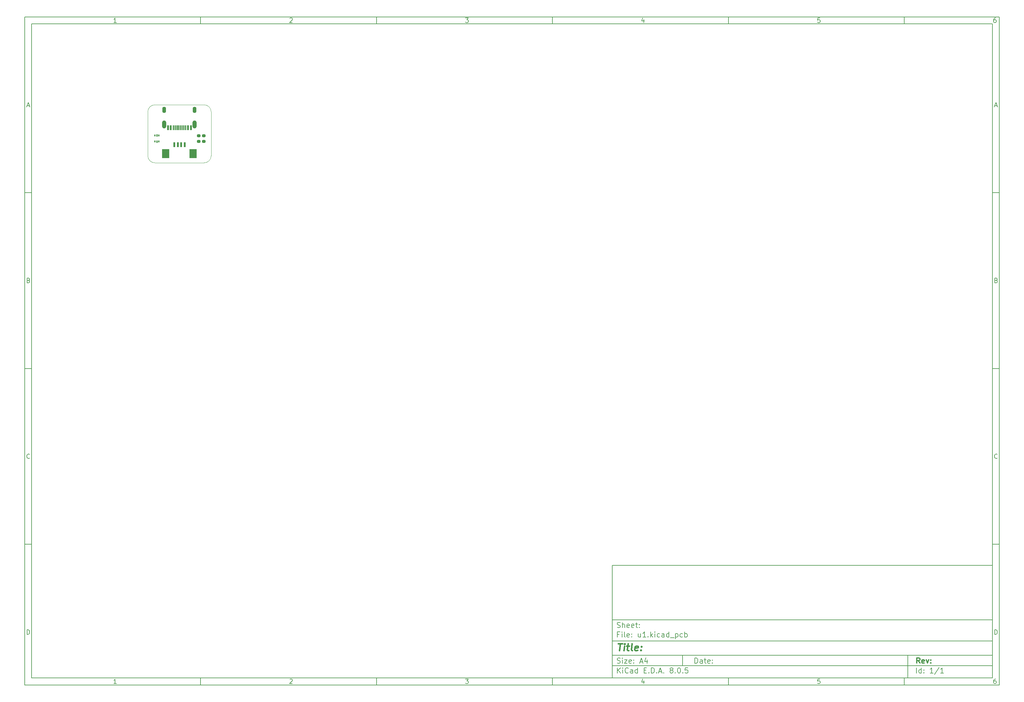
<source format=gtp>
%TF.GenerationSoftware,KiCad,Pcbnew,8.0.5*%
%TF.CreationDate,2024-11-25T09:27:33+08:00*%
%TF.ProjectId,u1,75312e6b-6963-4616-945f-706362585858,rev?*%
%TF.SameCoordinates,PX2aea540PY2160ec0*%
%TF.FileFunction,Paste,Top*%
%TF.FilePolarity,Positive*%
%FSLAX46Y46*%
G04 Gerber Fmt 4.6, Leading zero omitted, Abs format (unit mm)*
G04 Created by KiCad (PCBNEW 8.0.5) date 2024-11-25 09:27:33*
%MOMM*%
%LPD*%
G01*
G04 APERTURE LIST*
G04 Aperture macros list*
%AMRoundRect*
0 Rectangle with rounded corners*
0 $1 Rounding radius*
0 $2 $3 $4 $5 $6 $7 $8 $9 X,Y pos of 4 corners*
0 Add a 4 corners polygon primitive as box body*
4,1,4,$2,$3,$4,$5,$6,$7,$8,$9,$2,$3,0*
0 Add four circle primitives for the rounded corners*
1,1,$1+$1,$2,$3*
1,1,$1+$1,$4,$5*
1,1,$1+$1,$6,$7*
1,1,$1+$1,$8,$9*
0 Add four rect primitives between the rounded corners*
20,1,$1+$1,$2,$3,$4,$5,0*
20,1,$1+$1,$4,$5,$6,$7,0*
20,1,$1+$1,$6,$7,$8,$9,0*
20,1,$1+$1,$8,$9,$2,$3,0*%
G04 Aperture macros list end*
%ADD10C,0.100000*%
%ADD11C,0.150000*%
%ADD12C,0.300000*%
%ADD13C,0.400000*%
%ADD14R,0.600000X1.450000*%
%ADD15R,0.300000X1.450000*%
%ADD16O,1.200000X2.300000*%
%ADD17O,1.100000X1.800000*%
%ADD18RoundRect,0.200000X0.275000X-0.200000X0.275000X0.200000X-0.275000X0.200000X-0.275000X-0.200000X0*%
%ADD19RoundRect,0.200000X-0.275000X0.200000X-0.275000X-0.200000X0.275000X-0.200000X0.275000X0.200000X0*%
%ADD20R,0.375000X0.500000*%
%ADD21R,0.300000X0.650000*%
%ADD22R,2.000000X2.500000*%
%ADD23R,0.500000X1.400000*%
%TA.AperFunction,Profile*%
%ADD24C,0.050000*%
%TD*%
G04 APERTURE END LIST*
D10*
D11*
X132002200Y-131007200D02*
X240002200Y-131007200D01*
X240002200Y-163007200D01*
X132002200Y-163007200D01*
X132002200Y-131007200D01*
D10*
D11*
X-35000000Y25000000D02*
X242002200Y25000000D01*
X242002200Y-165007200D01*
X-35000000Y-165007200D01*
X-35000000Y25000000D01*
D10*
D11*
X-33000000Y23000000D02*
X240002200Y23000000D01*
X240002200Y-163007200D01*
X-33000000Y-163007200D01*
X-33000000Y23000000D01*
D10*
D11*
X15000000Y23000000D02*
X15000000Y25000000D01*
D10*
D11*
X65000000Y23000000D02*
X65000000Y25000000D01*
D10*
D11*
X115000000Y23000000D02*
X115000000Y25000000D01*
D10*
D11*
X165000000Y23000000D02*
X165000000Y25000000D01*
D10*
D11*
X215000000Y23000000D02*
X215000000Y25000000D01*
D10*
D11*
X-8910840Y23406396D02*
X-9653697Y23406396D01*
X-9282269Y23406396D02*
X-9282269Y24706396D01*
X-9282269Y24706396D02*
X-9406078Y24520681D01*
X-9406078Y24520681D02*
X-9529888Y24396872D01*
X-9529888Y24396872D02*
X-9653697Y24334967D01*
D10*
D11*
X40346303Y24582586D02*
X40408207Y24644491D01*
X40408207Y24644491D02*
X40532017Y24706396D01*
X40532017Y24706396D02*
X40841541Y24706396D01*
X40841541Y24706396D02*
X40965350Y24644491D01*
X40965350Y24644491D02*
X41027255Y24582586D01*
X41027255Y24582586D02*
X41089160Y24458777D01*
X41089160Y24458777D02*
X41089160Y24334967D01*
X41089160Y24334967D02*
X41027255Y24149253D01*
X41027255Y24149253D02*
X40284398Y23406396D01*
X40284398Y23406396D02*
X41089160Y23406396D01*
D10*
D11*
X90284398Y24706396D02*
X91089160Y24706396D01*
X91089160Y24706396D02*
X90655826Y24211158D01*
X90655826Y24211158D02*
X90841541Y24211158D01*
X90841541Y24211158D02*
X90965350Y24149253D01*
X90965350Y24149253D02*
X91027255Y24087348D01*
X91027255Y24087348D02*
X91089160Y23963539D01*
X91089160Y23963539D02*
X91089160Y23654015D01*
X91089160Y23654015D02*
X91027255Y23530205D01*
X91027255Y23530205D02*
X90965350Y23468300D01*
X90965350Y23468300D02*
X90841541Y23406396D01*
X90841541Y23406396D02*
X90470112Y23406396D01*
X90470112Y23406396D02*
X90346303Y23468300D01*
X90346303Y23468300D02*
X90284398Y23530205D01*
D10*
D11*
X140965350Y24273062D02*
X140965350Y23406396D01*
X140655826Y24768300D02*
X140346303Y23839729D01*
X140346303Y23839729D02*
X141151064Y23839729D01*
D10*
D11*
X191027255Y24706396D02*
X190408207Y24706396D01*
X190408207Y24706396D02*
X190346303Y24087348D01*
X190346303Y24087348D02*
X190408207Y24149253D01*
X190408207Y24149253D02*
X190532017Y24211158D01*
X190532017Y24211158D02*
X190841541Y24211158D01*
X190841541Y24211158D02*
X190965350Y24149253D01*
X190965350Y24149253D02*
X191027255Y24087348D01*
X191027255Y24087348D02*
X191089160Y23963539D01*
X191089160Y23963539D02*
X191089160Y23654015D01*
X191089160Y23654015D02*
X191027255Y23530205D01*
X191027255Y23530205D02*
X190965350Y23468300D01*
X190965350Y23468300D02*
X190841541Y23406396D01*
X190841541Y23406396D02*
X190532017Y23406396D01*
X190532017Y23406396D02*
X190408207Y23468300D01*
X190408207Y23468300D02*
X190346303Y23530205D01*
D10*
D11*
X240965350Y24706396D02*
X240717731Y24706396D01*
X240717731Y24706396D02*
X240593922Y24644491D01*
X240593922Y24644491D02*
X240532017Y24582586D01*
X240532017Y24582586D02*
X240408207Y24396872D01*
X240408207Y24396872D02*
X240346303Y24149253D01*
X240346303Y24149253D02*
X240346303Y23654015D01*
X240346303Y23654015D02*
X240408207Y23530205D01*
X240408207Y23530205D02*
X240470112Y23468300D01*
X240470112Y23468300D02*
X240593922Y23406396D01*
X240593922Y23406396D02*
X240841541Y23406396D01*
X240841541Y23406396D02*
X240965350Y23468300D01*
X240965350Y23468300D02*
X241027255Y23530205D01*
X241027255Y23530205D02*
X241089160Y23654015D01*
X241089160Y23654015D02*
X241089160Y23963539D01*
X241089160Y23963539D02*
X241027255Y24087348D01*
X241027255Y24087348D02*
X240965350Y24149253D01*
X240965350Y24149253D02*
X240841541Y24211158D01*
X240841541Y24211158D02*
X240593922Y24211158D01*
X240593922Y24211158D02*
X240470112Y24149253D01*
X240470112Y24149253D02*
X240408207Y24087348D01*
X240408207Y24087348D02*
X240346303Y23963539D01*
D10*
D11*
X15000000Y-163007200D02*
X15000000Y-165007200D01*
D10*
D11*
X65000000Y-163007200D02*
X65000000Y-165007200D01*
D10*
D11*
X115000000Y-163007200D02*
X115000000Y-165007200D01*
D10*
D11*
X165000000Y-163007200D02*
X165000000Y-165007200D01*
D10*
D11*
X215000000Y-163007200D02*
X215000000Y-165007200D01*
D10*
D11*
X-8910840Y-164600804D02*
X-9653697Y-164600804D01*
X-9282269Y-164600804D02*
X-9282269Y-163300804D01*
X-9282269Y-163300804D02*
X-9406078Y-163486519D01*
X-9406078Y-163486519D02*
X-9529888Y-163610328D01*
X-9529888Y-163610328D02*
X-9653697Y-163672233D01*
D10*
D11*
X40346303Y-163424614D02*
X40408207Y-163362709D01*
X40408207Y-163362709D02*
X40532017Y-163300804D01*
X40532017Y-163300804D02*
X40841541Y-163300804D01*
X40841541Y-163300804D02*
X40965350Y-163362709D01*
X40965350Y-163362709D02*
X41027255Y-163424614D01*
X41027255Y-163424614D02*
X41089160Y-163548423D01*
X41089160Y-163548423D02*
X41089160Y-163672233D01*
X41089160Y-163672233D02*
X41027255Y-163857947D01*
X41027255Y-163857947D02*
X40284398Y-164600804D01*
X40284398Y-164600804D02*
X41089160Y-164600804D01*
D10*
D11*
X90284398Y-163300804D02*
X91089160Y-163300804D01*
X91089160Y-163300804D02*
X90655826Y-163796042D01*
X90655826Y-163796042D02*
X90841541Y-163796042D01*
X90841541Y-163796042D02*
X90965350Y-163857947D01*
X90965350Y-163857947D02*
X91027255Y-163919852D01*
X91027255Y-163919852D02*
X91089160Y-164043661D01*
X91089160Y-164043661D02*
X91089160Y-164353185D01*
X91089160Y-164353185D02*
X91027255Y-164476995D01*
X91027255Y-164476995D02*
X90965350Y-164538900D01*
X90965350Y-164538900D02*
X90841541Y-164600804D01*
X90841541Y-164600804D02*
X90470112Y-164600804D01*
X90470112Y-164600804D02*
X90346303Y-164538900D01*
X90346303Y-164538900D02*
X90284398Y-164476995D01*
D10*
D11*
X140965350Y-163734138D02*
X140965350Y-164600804D01*
X140655826Y-163238900D02*
X140346303Y-164167471D01*
X140346303Y-164167471D02*
X141151064Y-164167471D01*
D10*
D11*
X191027255Y-163300804D02*
X190408207Y-163300804D01*
X190408207Y-163300804D02*
X190346303Y-163919852D01*
X190346303Y-163919852D02*
X190408207Y-163857947D01*
X190408207Y-163857947D02*
X190532017Y-163796042D01*
X190532017Y-163796042D02*
X190841541Y-163796042D01*
X190841541Y-163796042D02*
X190965350Y-163857947D01*
X190965350Y-163857947D02*
X191027255Y-163919852D01*
X191027255Y-163919852D02*
X191089160Y-164043661D01*
X191089160Y-164043661D02*
X191089160Y-164353185D01*
X191089160Y-164353185D02*
X191027255Y-164476995D01*
X191027255Y-164476995D02*
X190965350Y-164538900D01*
X190965350Y-164538900D02*
X190841541Y-164600804D01*
X190841541Y-164600804D02*
X190532017Y-164600804D01*
X190532017Y-164600804D02*
X190408207Y-164538900D01*
X190408207Y-164538900D02*
X190346303Y-164476995D01*
D10*
D11*
X240965350Y-163300804D02*
X240717731Y-163300804D01*
X240717731Y-163300804D02*
X240593922Y-163362709D01*
X240593922Y-163362709D02*
X240532017Y-163424614D01*
X240532017Y-163424614D02*
X240408207Y-163610328D01*
X240408207Y-163610328D02*
X240346303Y-163857947D01*
X240346303Y-163857947D02*
X240346303Y-164353185D01*
X240346303Y-164353185D02*
X240408207Y-164476995D01*
X240408207Y-164476995D02*
X240470112Y-164538900D01*
X240470112Y-164538900D02*
X240593922Y-164600804D01*
X240593922Y-164600804D02*
X240841541Y-164600804D01*
X240841541Y-164600804D02*
X240965350Y-164538900D01*
X240965350Y-164538900D02*
X241027255Y-164476995D01*
X241027255Y-164476995D02*
X241089160Y-164353185D01*
X241089160Y-164353185D02*
X241089160Y-164043661D01*
X241089160Y-164043661D02*
X241027255Y-163919852D01*
X241027255Y-163919852D02*
X240965350Y-163857947D01*
X240965350Y-163857947D02*
X240841541Y-163796042D01*
X240841541Y-163796042D02*
X240593922Y-163796042D01*
X240593922Y-163796042D02*
X240470112Y-163857947D01*
X240470112Y-163857947D02*
X240408207Y-163919852D01*
X240408207Y-163919852D02*
X240346303Y-164043661D01*
D10*
D11*
X-35000000Y-25000000D02*
X-33000000Y-25000000D01*
D10*
D11*
X-35000000Y-75000000D02*
X-33000000Y-75000000D01*
D10*
D11*
X-35000000Y-125000000D02*
X-33000000Y-125000000D01*
D10*
D11*
X-34309524Y-222176D02*
X-33690477Y-222176D01*
X-34433334Y-593604D02*
X-34000001Y706396D01*
X-34000001Y706396D02*
X-33566667Y-593604D01*
D10*
D11*
X-33907143Y-49912652D02*
X-33721429Y-49974557D01*
X-33721429Y-49974557D02*
X-33659524Y-50036461D01*
X-33659524Y-50036461D02*
X-33597620Y-50160271D01*
X-33597620Y-50160271D02*
X-33597620Y-50345985D01*
X-33597620Y-50345985D02*
X-33659524Y-50469795D01*
X-33659524Y-50469795D02*
X-33721429Y-50531700D01*
X-33721429Y-50531700D02*
X-33845239Y-50593604D01*
X-33845239Y-50593604D02*
X-34340477Y-50593604D01*
X-34340477Y-50593604D02*
X-34340477Y-49293604D01*
X-34340477Y-49293604D02*
X-33907143Y-49293604D01*
X-33907143Y-49293604D02*
X-33783334Y-49355509D01*
X-33783334Y-49355509D02*
X-33721429Y-49417414D01*
X-33721429Y-49417414D02*
X-33659524Y-49541223D01*
X-33659524Y-49541223D02*
X-33659524Y-49665033D01*
X-33659524Y-49665033D02*
X-33721429Y-49788842D01*
X-33721429Y-49788842D02*
X-33783334Y-49850747D01*
X-33783334Y-49850747D02*
X-33907143Y-49912652D01*
X-33907143Y-49912652D02*
X-34340477Y-49912652D01*
D10*
D11*
X-33597620Y-100469795D02*
X-33659524Y-100531700D01*
X-33659524Y-100531700D02*
X-33845239Y-100593604D01*
X-33845239Y-100593604D02*
X-33969048Y-100593604D01*
X-33969048Y-100593604D02*
X-34154762Y-100531700D01*
X-34154762Y-100531700D02*
X-34278572Y-100407890D01*
X-34278572Y-100407890D02*
X-34340477Y-100284080D01*
X-34340477Y-100284080D02*
X-34402381Y-100036461D01*
X-34402381Y-100036461D02*
X-34402381Y-99850747D01*
X-34402381Y-99850747D02*
X-34340477Y-99603128D01*
X-34340477Y-99603128D02*
X-34278572Y-99479319D01*
X-34278572Y-99479319D02*
X-34154762Y-99355509D01*
X-34154762Y-99355509D02*
X-33969048Y-99293604D01*
X-33969048Y-99293604D02*
X-33845239Y-99293604D01*
X-33845239Y-99293604D02*
X-33659524Y-99355509D01*
X-33659524Y-99355509D02*
X-33597620Y-99417414D01*
D10*
D11*
X-34340477Y-150593604D02*
X-34340477Y-149293604D01*
X-34340477Y-149293604D02*
X-34030953Y-149293604D01*
X-34030953Y-149293604D02*
X-33845239Y-149355509D01*
X-33845239Y-149355509D02*
X-33721429Y-149479319D01*
X-33721429Y-149479319D02*
X-33659524Y-149603128D01*
X-33659524Y-149603128D02*
X-33597620Y-149850747D01*
X-33597620Y-149850747D02*
X-33597620Y-150036461D01*
X-33597620Y-150036461D02*
X-33659524Y-150284080D01*
X-33659524Y-150284080D02*
X-33721429Y-150407890D01*
X-33721429Y-150407890D02*
X-33845239Y-150531700D01*
X-33845239Y-150531700D02*
X-34030953Y-150593604D01*
X-34030953Y-150593604D02*
X-34340477Y-150593604D01*
D10*
D11*
X242002200Y-25000000D02*
X240002200Y-25000000D01*
D10*
D11*
X242002200Y-75000000D02*
X240002200Y-75000000D01*
D10*
D11*
X242002200Y-125000000D02*
X240002200Y-125000000D01*
D10*
D11*
X240692676Y-222176D02*
X241311723Y-222176D01*
X240568866Y-593604D02*
X241002199Y706396D01*
X241002199Y706396D02*
X241435533Y-593604D01*
D10*
D11*
X241095057Y-49912652D02*
X241280771Y-49974557D01*
X241280771Y-49974557D02*
X241342676Y-50036461D01*
X241342676Y-50036461D02*
X241404580Y-50160271D01*
X241404580Y-50160271D02*
X241404580Y-50345985D01*
X241404580Y-50345985D02*
X241342676Y-50469795D01*
X241342676Y-50469795D02*
X241280771Y-50531700D01*
X241280771Y-50531700D02*
X241156961Y-50593604D01*
X241156961Y-50593604D02*
X240661723Y-50593604D01*
X240661723Y-50593604D02*
X240661723Y-49293604D01*
X240661723Y-49293604D02*
X241095057Y-49293604D01*
X241095057Y-49293604D02*
X241218866Y-49355509D01*
X241218866Y-49355509D02*
X241280771Y-49417414D01*
X241280771Y-49417414D02*
X241342676Y-49541223D01*
X241342676Y-49541223D02*
X241342676Y-49665033D01*
X241342676Y-49665033D02*
X241280771Y-49788842D01*
X241280771Y-49788842D02*
X241218866Y-49850747D01*
X241218866Y-49850747D02*
X241095057Y-49912652D01*
X241095057Y-49912652D02*
X240661723Y-49912652D01*
D10*
D11*
X241404580Y-100469795D02*
X241342676Y-100531700D01*
X241342676Y-100531700D02*
X241156961Y-100593604D01*
X241156961Y-100593604D02*
X241033152Y-100593604D01*
X241033152Y-100593604D02*
X240847438Y-100531700D01*
X240847438Y-100531700D02*
X240723628Y-100407890D01*
X240723628Y-100407890D02*
X240661723Y-100284080D01*
X240661723Y-100284080D02*
X240599819Y-100036461D01*
X240599819Y-100036461D02*
X240599819Y-99850747D01*
X240599819Y-99850747D02*
X240661723Y-99603128D01*
X240661723Y-99603128D02*
X240723628Y-99479319D01*
X240723628Y-99479319D02*
X240847438Y-99355509D01*
X240847438Y-99355509D02*
X241033152Y-99293604D01*
X241033152Y-99293604D02*
X241156961Y-99293604D01*
X241156961Y-99293604D02*
X241342676Y-99355509D01*
X241342676Y-99355509D02*
X241404580Y-99417414D01*
D10*
D11*
X240661723Y-150593604D02*
X240661723Y-149293604D01*
X240661723Y-149293604D02*
X240971247Y-149293604D01*
X240971247Y-149293604D02*
X241156961Y-149355509D01*
X241156961Y-149355509D02*
X241280771Y-149479319D01*
X241280771Y-149479319D02*
X241342676Y-149603128D01*
X241342676Y-149603128D02*
X241404580Y-149850747D01*
X241404580Y-149850747D02*
X241404580Y-150036461D01*
X241404580Y-150036461D02*
X241342676Y-150284080D01*
X241342676Y-150284080D02*
X241280771Y-150407890D01*
X241280771Y-150407890D02*
X241156961Y-150531700D01*
X241156961Y-150531700D02*
X240971247Y-150593604D01*
X240971247Y-150593604D02*
X240661723Y-150593604D01*
D10*
D11*
X155458026Y-158793328D02*
X155458026Y-157293328D01*
X155458026Y-157293328D02*
X155815169Y-157293328D01*
X155815169Y-157293328D02*
X156029455Y-157364757D01*
X156029455Y-157364757D02*
X156172312Y-157507614D01*
X156172312Y-157507614D02*
X156243741Y-157650471D01*
X156243741Y-157650471D02*
X156315169Y-157936185D01*
X156315169Y-157936185D02*
X156315169Y-158150471D01*
X156315169Y-158150471D02*
X156243741Y-158436185D01*
X156243741Y-158436185D02*
X156172312Y-158579042D01*
X156172312Y-158579042D02*
X156029455Y-158721900D01*
X156029455Y-158721900D02*
X155815169Y-158793328D01*
X155815169Y-158793328D02*
X155458026Y-158793328D01*
X157600884Y-158793328D02*
X157600884Y-158007614D01*
X157600884Y-158007614D02*
X157529455Y-157864757D01*
X157529455Y-157864757D02*
X157386598Y-157793328D01*
X157386598Y-157793328D02*
X157100884Y-157793328D01*
X157100884Y-157793328D02*
X156958026Y-157864757D01*
X157600884Y-158721900D02*
X157458026Y-158793328D01*
X157458026Y-158793328D02*
X157100884Y-158793328D01*
X157100884Y-158793328D02*
X156958026Y-158721900D01*
X156958026Y-158721900D02*
X156886598Y-158579042D01*
X156886598Y-158579042D02*
X156886598Y-158436185D01*
X156886598Y-158436185D02*
X156958026Y-158293328D01*
X156958026Y-158293328D02*
X157100884Y-158221900D01*
X157100884Y-158221900D02*
X157458026Y-158221900D01*
X157458026Y-158221900D02*
X157600884Y-158150471D01*
X158100884Y-157793328D02*
X158672312Y-157793328D01*
X158315169Y-157293328D02*
X158315169Y-158579042D01*
X158315169Y-158579042D02*
X158386598Y-158721900D01*
X158386598Y-158721900D02*
X158529455Y-158793328D01*
X158529455Y-158793328D02*
X158672312Y-158793328D01*
X159743741Y-158721900D02*
X159600884Y-158793328D01*
X159600884Y-158793328D02*
X159315170Y-158793328D01*
X159315170Y-158793328D02*
X159172312Y-158721900D01*
X159172312Y-158721900D02*
X159100884Y-158579042D01*
X159100884Y-158579042D02*
X159100884Y-158007614D01*
X159100884Y-158007614D02*
X159172312Y-157864757D01*
X159172312Y-157864757D02*
X159315170Y-157793328D01*
X159315170Y-157793328D02*
X159600884Y-157793328D01*
X159600884Y-157793328D02*
X159743741Y-157864757D01*
X159743741Y-157864757D02*
X159815170Y-158007614D01*
X159815170Y-158007614D02*
X159815170Y-158150471D01*
X159815170Y-158150471D02*
X159100884Y-158293328D01*
X160458026Y-158650471D02*
X160529455Y-158721900D01*
X160529455Y-158721900D02*
X160458026Y-158793328D01*
X160458026Y-158793328D02*
X160386598Y-158721900D01*
X160386598Y-158721900D02*
X160458026Y-158650471D01*
X160458026Y-158650471D02*
X160458026Y-158793328D01*
X160458026Y-157864757D02*
X160529455Y-157936185D01*
X160529455Y-157936185D02*
X160458026Y-158007614D01*
X160458026Y-158007614D02*
X160386598Y-157936185D01*
X160386598Y-157936185D02*
X160458026Y-157864757D01*
X160458026Y-157864757D02*
X160458026Y-158007614D01*
D10*
D11*
X132002200Y-159507200D02*
X240002200Y-159507200D01*
D10*
D11*
X133458026Y-161593328D02*
X133458026Y-160093328D01*
X134315169Y-161593328D02*
X133672312Y-160736185D01*
X134315169Y-160093328D02*
X133458026Y-160950471D01*
X134958026Y-161593328D02*
X134958026Y-160593328D01*
X134958026Y-160093328D02*
X134886598Y-160164757D01*
X134886598Y-160164757D02*
X134958026Y-160236185D01*
X134958026Y-160236185D02*
X135029455Y-160164757D01*
X135029455Y-160164757D02*
X134958026Y-160093328D01*
X134958026Y-160093328D02*
X134958026Y-160236185D01*
X136529455Y-161450471D02*
X136458027Y-161521900D01*
X136458027Y-161521900D02*
X136243741Y-161593328D01*
X136243741Y-161593328D02*
X136100884Y-161593328D01*
X136100884Y-161593328D02*
X135886598Y-161521900D01*
X135886598Y-161521900D02*
X135743741Y-161379042D01*
X135743741Y-161379042D02*
X135672312Y-161236185D01*
X135672312Y-161236185D02*
X135600884Y-160950471D01*
X135600884Y-160950471D02*
X135600884Y-160736185D01*
X135600884Y-160736185D02*
X135672312Y-160450471D01*
X135672312Y-160450471D02*
X135743741Y-160307614D01*
X135743741Y-160307614D02*
X135886598Y-160164757D01*
X135886598Y-160164757D02*
X136100884Y-160093328D01*
X136100884Y-160093328D02*
X136243741Y-160093328D01*
X136243741Y-160093328D02*
X136458027Y-160164757D01*
X136458027Y-160164757D02*
X136529455Y-160236185D01*
X137815170Y-161593328D02*
X137815170Y-160807614D01*
X137815170Y-160807614D02*
X137743741Y-160664757D01*
X137743741Y-160664757D02*
X137600884Y-160593328D01*
X137600884Y-160593328D02*
X137315170Y-160593328D01*
X137315170Y-160593328D02*
X137172312Y-160664757D01*
X137815170Y-161521900D02*
X137672312Y-161593328D01*
X137672312Y-161593328D02*
X137315170Y-161593328D01*
X137315170Y-161593328D02*
X137172312Y-161521900D01*
X137172312Y-161521900D02*
X137100884Y-161379042D01*
X137100884Y-161379042D02*
X137100884Y-161236185D01*
X137100884Y-161236185D02*
X137172312Y-161093328D01*
X137172312Y-161093328D02*
X137315170Y-161021900D01*
X137315170Y-161021900D02*
X137672312Y-161021900D01*
X137672312Y-161021900D02*
X137815170Y-160950471D01*
X139172313Y-161593328D02*
X139172313Y-160093328D01*
X139172313Y-161521900D02*
X139029455Y-161593328D01*
X139029455Y-161593328D02*
X138743741Y-161593328D01*
X138743741Y-161593328D02*
X138600884Y-161521900D01*
X138600884Y-161521900D02*
X138529455Y-161450471D01*
X138529455Y-161450471D02*
X138458027Y-161307614D01*
X138458027Y-161307614D02*
X138458027Y-160879042D01*
X138458027Y-160879042D02*
X138529455Y-160736185D01*
X138529455Y-160736185D02*
X138600884Y-160664757D01*
X138600884Y-160664757D02*
X138743741Y-160593328D01*
X138743741Y-160593328D02*
X139029455Y-160593328D01*
X139029455Y-160593328D02*
X139172313Y-160664757D01*
X141029455Y-160807614D02*
X141529455Y-160807614D01*
X141743741Y-161593328D02*
X141029455Y-161593328D01*
X141029455Y-161593328D02*
X141029455Y-160093328D01*
X141029455Y-160093328D02*
X141743741Y-160093328D01*
X142386598Y-161450471D02*
X142458027Y-161521900D01*
X142458027Y-161521900D02*
X142386598Y-161593328D01*
X142386598Y-161593328D02*
X142315170Y-161521900D01*
X142315170Y-161521900D02*
X142386598Y-161450471D01*
X142386598Y-161450471D02*
X142386598Y-161593328D01*
X143100884Y-161593328D02*
X143100884Y-160093328D01*
X143100884Y-160093328D02*
X143458027Y-160093328D01*
X143458027Y-160093328D02*
X143672313Y-160164757D01*
X143672313Y-160164757D02*
X143815170Y-160307614D01*
X143815170Y-160307614D02*
X143886599Y-160450471D01*
X143886599Y-160450471D02*
X143958027Y-160736185D01*
X143958027Y-160736185D02*
X143958027Y-160950471D01*
X143958027Y-160950471D02*
X143886599Y-161236185D01*
X143886599Y-161236185D02*
X143815170Y-161379042D01*
X143815170Y-161379042D02*
X143672313Y-161521900D01*
X143672313Y-161521900D02*
X143458027Y-161593328D01*
X143458027Y-161593328D02*
X143100884Y-161593328D01*
X144600884Y-161450471D02*
X144672313Y-161521900D01*
X144672313Y-161521900D02*
X144600884Y-161593328D01*
X144600884Y-161593328D02*
X144529456Y-161521900D01*
X144529456Y-161521900D02*
X144600884Y-161450471D01*
X144600884Y-161450471D02*
X144600884Y-161593328D01*
X145243742Y-161164757D02*
X145958028Y-161164757D01*
X145100885Y-161593328D02*
X145600885Y-160093328D01*
X145600885Y-160093328D02*
X146100885Y-161593328D01*
X146600884Y-161450471D02*
X146672313Y-161521900D01*
X146672313Y-161521900D02*
X146600884Y-161593328D01*
X146600884Y-161593328D02*
X146529456Y-161521900D01*
X146529456Y-161521900D02*
X146600884Y-161450471D01*
X146600884Y-161450471D02*
X146600884Y-161593328D01*
X148672313Y-160736185D02*
X148529456Y-160664757D01*
X148529456Y-160664757D02*
X148458027Y-160593328D01*
X148458027Y-160593328D02*
X148386599Y-160450471D01*
X148386599Y-160450471D02*
X148386599Y-160379042D01*
X148386599Y-160379042D02*
X148458027Y-160236185D01*
X148458027Y-160236185D02*
X148529456Y-160164757D01*
X148529456Y-160164757D02*
X148672313Y-160093328D01*
X148672313Y-160093328D02*
X148958027Y-160093328D01*
X148958027Y-160093328D02*
X149100885Y-160164757D01*
X149100885Y-160164757D02*
X149172313Y-160236185D01*
X149172313Y-160236185D02*
X149243742Y-160379042D01*
X149243742Y-160379042D02*
X149243742Y-160450471D01*
X149243742Y-160450471D02*
X149172313Y-160593328D01*
X149172313Y-160593328D02*
X149100885Y-160664757D01*
X149100885Y-160664757D02*
X148958027Y-160736185D01*
X148958027Y-160736185D02*
X148672313Y-160736185D01*
X148672313Y-160736185D02*
X148529456Y-160807614D01*
X148529456Y-160807614D02*
X148458027Y-160879042D01*
X148458027Y-160879042D02*
X148386599Y-161021900D01*
X148386599Y-161021900D02*
X148386599Y-161307614D01*
X148386599Y-161307614D02*
X148458027Y-161450471D01*
X148458027Y-161450471D02*
X148529456Y-161521900D01*
X148529456Y-161521900D02*
X148672313Y-161593328D01*
X148672313Y-161593328D02*
X148958027Y-161593328D01*
X148958027Y-161593328D02*
X149100885Y-161521900D01*
X149100885Y-161521900D02*
X149172313Y-161450471D01*
X149172313Y-161450471D02*
X149243742Y-161307614D01*
X149243742Y-161307614D02*
X149243742Y-161021900D01*
X149243742Y-161021900D02*
X149172313Y-160879042D01*
X149172313Y-160879042D02*
X149100885Y-160807614D01*
X149100885Y-160807614D02*
X148958027Y-160736185D01*
X149886598Y-161450471D02*
X149958027Y-161521900D01*
X149958027Y-161521900D02*
X149886598Y-161593328D01*
X149886598Y-161593328D02*
X149815170Y-161521900D01*
X149815170Y-161521900D02*
X149886598Y-161450471D01*
X149886598Y-161450471D02*
X149886598Y-161593328D01*
X150886599Y-160093328D02*
X151029456Y-160093328D01*
X151029456Y-160093328D02*
X151172313Y-160164757D01*
X151172313Y-160164757D02*
X151243742Y-160236185D01*
X151243742Y-160236185D02*
X151315170Y-160379042D01*
X151315170Y-160379042D02*
X151386599Y-160664757D01*
X151386599Y-160664757D02*
X151386599Y-161021900D01*
X151386599Y-161021900D02*
X151315170Y-161307614D01*
X151315170Y-161307614D02*
X151243742Y-161450471D01*
X151243742Y-161450471D02*
X151172313Y-161521900D01*
X151172313Y-161521900D02*
X151029456Y-161593328D01*
X151029456Y-161593328D02*
X150886599Y-161593328D01*
X150886599Y-161593328D02*
X150743742Y-161521900D01*
X150743742Y-161521900D02*
X150672313Y-161450471D01*
X150672313Y-161450471D02*
X150600884Y-161307614D01*
X150600884Y-161307614D02*
X150529456Y-161021900D01*
X150529456Y-161021900D02*
X150529456Y-160664757D01*
X150529456Y-160664757D02*
X150600884Y-160379042D01*
X150600884Y-160379042D02*
X150672313Y-160236185D01*
X150672313Y-160236185D02*
X150743742Y-160164757D01*
X150743742Y-160164757D02*
X150886599Y-160093328D01*
X152029455Y-161450471D02*
X152100884Y-161521900D01*
X152100884Y-161521900D02*
X152029455Y-161593328D01*
X152029455Y-161593328D02*
X151958027Y-161521900D01*
X151958027Y-161521900D02*
X152029455Y-161450471D01*
X152029455Y-161450471D02*
X152029455Y-161593328D01*
X153458027Y-160093328D02*
X152743741Y-160093328D01*
X152743741Y-160093328D02*
X152672313Y-160807614D01*
X152672313Y-160807614D02*
X152743741Y-160736185D01*
X152743741Y-160736185D02*
X152886599Y-160664757D01*
X152886599Y-160664757D02*
X153243741Y-160664757D01*
X153243741Y-160664757D02*
X153386599Y-160736185D01*
X153386599Y-160736185D02*
X153458027Y-160807614D01*
X153458027Y-160807614D02*
X153529456Y-160950471D01*
X153529456Y-160950471D02*
X153529456Y-161307614D01*
X153529456Y-161307614D02*
X153458027Y-161450471D01*
X153458027Y-161450471D02*
X153386599Y-161521900D01*
X153386599Y-161521900D02*
X153243741Y-161593328D01*
X153243741Y-161593328D02*
X152886599Y-161593328D01*
X152886599Y-161593328D02*
X152743741Y-161521900D01*
X152743741Y-161521900D02*
X152672313Y-161450471D01*
D10*
D11*
X132002200Y-156507200D02*
X240002200Y-156507200D01*
D10*
D12*
X219413853Y-158785528D02*
X218913853Y-158071242D01*
X218556710Y-158785528D02*
X218556710Y-157285528D01*
X218556710Y-157285528D02*
X219128139Y-157285528D01*
X219128139Y-157285528D02*
X219270996Y-157356957D01*
X219270996Y-157356957D02*
X219342425Y-157428385D01*
X219342425Y-157428385D02*
X219413853Y-157571242D01*
X219413853Y-157571242D02*
X219413853Y-157785528D01*
X219413853Y-157785528D02*
X219342425Y-157928385D01*
X219342425Y-157928385D02*
X219270996Y-157999814D01*
X219270996Y-157999814D02*
X219128139Y-158071242D01*
X219128139Y-158071242D02*
X218556710Y-158071242D01*
X220628139Y-158714100D02*
X220485282Y-158785528D01*
X220485282Y-158785528D02*
X220199568Y-158785528D01*
X220199568Y-158785528D02*
X220056710Y-158714100D01*
X220056710Y-158714100D02*
X219985282Y-158571242D01*
X219985282Y-158571242D02*
X219985282Y-157999814D01*
X219985282Y-157999814D02*
X220056710Y-157856957D01*
X220056710Y-157856957D02*
X220199568Y-157785528D01*
X220199568Y-157785528D02*
X220485282Y-157785528D01*
X220485282Y-157785528D02*
X220628139Y-157856957D01*
X220628139Y-157856957D02*
X220699568Y-157999814D01*
X220699568Y-157999814D02*
X220699568Y-158142671D01*
X220699568Y-158142671D02*
X219985282Y-158285528D01*
X221199567Y-157785528D02*
X221556710Y-158785528D01*
X221556710Y-158785528D02*
X221913853Y-157785528D01*
X222485281Y-158642671D02*
X222556710Y-158714100D01*
X222556710Y-158714100D02*
X222485281Y-158785528D01*
X222485281Y-158785528D02*
X222413853Y-158714100D01*
X222413853Y-158714100D02*
X222485281Y-158642671D01*
X222485281Y-158642671D02*
X222485281Y-158785528D01*
X222485281Y-157856957D02*
X222556710Y-157928385D01*
X222556710Y-157928385D02*
X222485281Y-157999814D01*
X222485281Y-157999814D02*
X222413853Y-157928385D01*
X222413853Y-157928385D02*
X222485281Y-157856957D01*
X222485281Y-157856957D02*
X222485281Y-157999814D01*
D10*
D11*
X133386598Y-158721900D02*
X133600884Y-158793328D01*
X133600884Y-158793328D02*
X133958026Y-158793328D01*
X133958026Y-158793328D02*
X134100884Y-158721900D01*
X134100884Y-158721900D02*
X134172312Y-158650471D01*
X134172312Y-158650471D02*
X134243741Y-158507614D01*
X134243741Y-158507614D02*
X134243741Y-158364757D01*
X134243741Y-158364757D02*
X134172312Y-158221900D01*
X134172312Y-158221900D02*
X134100884Y-158150471D01*
X134100884Y-158150471D02*
X133958026Y-158079042D01*
X133958026Y-158079042D02*
X133672312Y-158007614D01*
X133672312Y-158007614D02*
X133529455Y-157936185D01*
X133529455Y-157936185D02*
X133458026Y-157864757D01*
X133458026Y-157864757D02*
X133386598Y-157721900D01*
X133386598Y-157721900D02*
X133386598Y-157579042D01*
X133386598Y-157579042D02*
X133458026Y-157436185D01*
X133458026Y-157436185D02*
X133529455Y-157364757D01*
X133529455Y-157364757D02*
X133672312Y-157293328D01*
X133672312Y-157293328D02*
X134029455Y-157293328D01*
X134029455Y-157293328D02*
X134243741Y-157364757D01*
X134886597Y-158793328D02*
X134886597Y-157793328D01*
X134886597Y-157293328D02*
X134815169Y-157364757D01*
X134815169Y-157364757D02*
X134886597Y-157436185D01*
X134886597Y-157436185D02*
X134958026Y-157364757D01*
X134958026Y-157364757D02*
X134886597Y-157293328D01*
X134886597Y-157293328D02*
X134886597Y-157436185D01*
X135458026Y-157793328D02*
X136243741Y-157793328D01*
X136243741Y-157793328D02*
X135458026Y-158793328D01*
X135458026Y-158793328D02*
X136243741Y-158793328D01*
X137386598Y-158721900D02*
X137243741Y-158793328D01*
X137243741Y-158793328D02*
X136958027Y-158793328D01*
X136958027Y-158793328D02*
X136815169Y-158721900D01*
X136815169Y-158721900D02*
X136743741Y-158579042D01*
X136743741Y-158579042D02*
X136743741Y-158007614D01*
X136743741Y-158007614D02*
X136815169Y-157864757D01*
X136815169Y-157864757D02*
X136958027Y-157793328D01*
X136958027Y-157793328D02*
X137243741Y-157793328D01*
X137243741Y-157793328D02*
X137386598Y-157864757D01*
X137386598Y-157864757D02*
X137458027Y-158007614D01*
X137458027Y-158007614D02*
X137458027Y-158150471D01*
X137458027Y-158150471D02*
X136743741Y-158293328D01*
X138100883Y-158650471D02*
X138172312Y-158721900D01*
X138172312Y-158721900D02*
X138100883Y-158793328D01*
X138100883Y-158793328D02*
X138029455Y-158721900D01*
X138029455Y-158721900D02*
X138100883Y-158650471D01*
X138100883Y-158650471D02*
X138100883Y-158793328D01*
X138100883Y-157864757D02*
X138172312Y-157936185D01*
X138172312Y-157936185D02*
X138100883Y-158007614D01*
X138100883Y-158007614D02*
X138029455Y-157936185D01*
X138029455Y-157936185D02*
X138100883Y-157864757D01*
X138100883Y-157864757D02*
X138100883Y-158007614D01*
X139886598Y-158364757D02*
X140600884Y-158364757D01*
X139743741Y-158793328D02*
X140243741Y-157293328D01*
X140243741Y-157293328D02*
X140743741Y-158793328D01*
X141886598Y-157793328D02*
X141886598Y-158793328D01*
X141529455Y-157221900D02*
X141172312Y-158293328D01*
X141172312Y-158293328D02*
X142100883Y-158293328D01*
D10*
D11*
X218458026Y-161593328D02*
X218458026Y-160093328D01*
X219815170Y-161593328D02*
X219815170Y-160093328D01*
X219815170Y-161521900D02*
X219672312Y-161593328D01*
X219672312Y-161593328D02*
X219386598Y-161593328D01*
X219386598Y-161593328D02*
X219243741Y-161521900D01*
X219243741Y-161521900D02*
X219172312Y-161450471D01*
X219172312Y-161450471D02*
X219100884Y-161307614D01*
X219100884Y-161307614D02*
X219100884Y-160879042D01*
X219100884Y-160879042D02*
X219172312Y-160736185D01*
X219172312Y-160736185D02*
X219243741Y-160664757D01*
X219243741Y-160664757D02*
X219386598Y-160593328D01*
X219386598Y-160593328D02*
X219672312Y-160593328D01*
X219672312Y-160593328D02*
X219815170Y-160664757D01*
X220529455Y-161450471D02*
X220600884Y-161521900D01*
X220600884Y-161521900D02*
X220529455Y-161593328D01*
X220529455Y-161593328D02*
X220458027Y-161521900D01*
X220458027Y-161521900D02*
X220529455Y-161450471D01*
X220529455Y-161450471D02*
X220529455Y-161593328D01*
X220529455Y-160664757D02*
X220600884Y-160736185D01*
X220600884Y-160736185D02*
X220529455Y-160807614D01*
X220529455Y-160807614D02*
X220458027Y-160736185D01*
X220458027Y-160736185D02*
X220529455Y-160664757D01*
X220529455Y-160664757D02*
X220529455Y-160807614D01*
X223172313Y-161593328D02*
X222315170Y-161593328D01*
X222743741Y-161593328D02*
X222743741Y-160093328D01*
X222743741Y-160093328D02*
X222600884Y-160307614D01*
X222600884Y-160307614D02*
X222458027Y-160450471D01*
X222458027Y-160450471D02*
X222315170Y-160521900D01*
X224886598Y-160021900D02*
X223600884Y-161950471D01*
X226172313Y-161593328D02*
X225315170Y-161593328D01*
X225743741Y-161593328D02*
X225743741Y-160093328D01*
X225743741Y-160093328D02*
X225600884Y-160307614D01*
X225600884Y-160307614D02*
X225458027Y-160450471D01*
X225458027Y-160450471D02*
X225315170Y-160521900D01*
D10*
D11*
X132002200Y-152507200D02*
X240002200Y-152507200D01*
D10*
D13*
X133693928Y-153211638D02*
X134836785Y-153211638D01*
X134015357Y-155211638D02*
X134265357Y-153211638D01*
X135253452Y-155211638D02*
X135420119Y-153878304D01*
X135503452Y-153211638D02*
X135396309Y-153306876D01*
X135396309Y-153306876D02*
X135479643Y-153402114D01*
X135479643Y-153402114D02*
X135586786Y-153306876D01*
X135586786Y-153306876D02*
X135503452Y-153211638D01*
X135503452Y-153211638D02*
X135479643Y-153402114D01*
X136086786Y-153878304D02*
X136848690Y-153878304D01*
X136455833Y-153211638D02*
X136241548Y-154925923D01*
X136241548Y-154925923D02*
X136312976Y-155116400D01*
X136312976Y-155116400D02*
X136491548Y-155211638D01*
X136491548Y-155211638D02*
X136682024Y-155211638D01*
X137634405Y-155211638D02*
X137455833Y-155116400D01*
X137455833Y-155116400D02*
X137384405Y-154925923D01*
X137384405Y-154925923D02*
X137598690Y-153211638D01*
X139170119Y-155116400D02*
X138967738Y-155211638D01*
X138967738Y-155211638D02*
X138586785Y-155211638D01*
X138586785Y-155211638D02*
X138408214Y-155116400D01*
X138408214Y-155116400D02*
X138336785Y-154925923D01*
X138336785Y-154925923D02*
X138432024Y-154164019D01*
X138432024Y-154164019D02*
X138551071Y-153973542D01*
X138551071Y-153973542D02*
X138753452Y-153878304D01*
X138753452Y-153878304D02*
X139134404Y-153878304D01*
X139134404Y-153878304D02*
X139312976Y-153973542D01*
X139312976Y-153973542D02*
X139384404Y-154164019D01*
X139384404Y-154164019D02*
X139360595Y-154354495D01*
X139360595Y-154354495D02*
X138384404Y-154544971D01*
X140134405Y-155021161D02*
X140217738Y-155116400D01*
X140217738Y-155116400D02*
X140110595Y-155211638D01*
X140110595Y-155211638D02*
X140027262Y-155116400D01*
X140027262Y-155116400D02*
X140134405Y-155021161D01*
X140134405Y-155021161D02*
X140110595Y-155211638D01*
X140265357Y-153973542D02*
X140348690Y-154068780D01*
X140348690Y-154068780D02*
X140241548Y-154164019D01*
X140241548Y-154164019D02*
X140158214Y-154068780D01*
X140158214Y-154068780D02*
X140265357Y-153973542D01*
X140265357Y-153973542D02*
X140241548Y-154164019D01*
D10*
D11*
X133958026Y-150607614D02*
X133458026Y-150607614D01*
X133458026Y-151393328D02*
X133458026Y-149893328D01*
X133458026Y-149893328D02*
X134172312Y-149893328D01*
X134743740Y-151393328D02*
X134743740Y-150393328D01*
X134743740Y-149893328D02*
X134672312Y-149964757D01*
X134672312Y-149964757D02*
X134743740Y-150036185D01*
X134743740Y-150036185D02*
X134815169Y-149964757D01*
X134815169Y-149964757D02*
X134743740Y-149893328D01*
X134743740Y-149893328D02*
X134743740Y-150036185D01*
X135672312Y-151393328D02*
X135529455Y-151321900D01*
X135529455Y-151321900D02*
X135458026Y-151179042D01*
X135458026Y-151179042D02*
X135458026Y-149893328D01*
X136815169Y-151321900D02*
X136672312Y-151393328D01*
X136672312Y-151393328D02*
X136386598Y-151393328D01*
X136386598Y-151393328D02*
X136243740Y-151321900D01*
X136243740Y-151321900D02*
X136172312Y-151179042D01*
X136172312Y-151179042D02*
X136172312Y-150607614D01*
X136172312Y-150607614D02*
X136243740Y-150464757D01*
X136243740Y-150464757D02*
X136386598Y-150393328D01*
X136386598Y-150393328D02*
X136672312Y-150393328D01*
X136672312Y-150393328D02*
X136815169Y-150464757D01*
X136815169Y-150464757D02*
X136886598Y-150607614D01*
X136886598Y-150607614D02*
X136886598Y-150750471D01*
X136886598Y-150750471D02*
X136172312Y-150893328D01*
X137529454Y-151250471D02*
X137600883Y-151321900D01*
X137600883Y-151321900D02*
X137529454Y-151393328D01*
X137529454Y-151393328D02*
X137458026Y-151321900D01*
X137458026Y-151321900D02*
X137529454Y-151250471D01*
X137529454Y-151250471D02*
X137529454Y-151393328D01*
X137529454Y-150464757D02*
X137600883Y-150536185D01*
X137600883Y-150536185D02*
X137529454Y-150607614D01*
X137529454Y-150607614D02*
X137458026Y-150536185D01*
X137458026Y-150536185D02*
X137529454Y-150464757D01*
X137529454Y-150464757D02*
X137529454Y-150607614D01*
X140029455Y-150393328D02*
X140029455Y-151393328D01*
X139386597Y-150393328D02*
X139386597Y-151179042D01*
X139386597Y-151179042D02*
X139458026Y-151321900D01*
X139458026Y-151321900D02*
X139600883Y-151393328D01*
X139600883Y-151393328D02*
X139815169Y-151393328D01*
X139815169Y-151393328D02*
X139958026Y-151321900D01*
X139958026Y-151321900D02*
X140029455Y-151250471D01*
X141529455Y-151393328D02*
X140672312Y-151393328D01*
X141100883Y-151393328D02*
X141100883Y-149893328D01*
X141100883Y-149893328D02*
X140958026Y-150107614D01*
X140958026Y-150107614D02*
X140815169Y-150250471D01*
X140815169Y-150250471D02*
X140672312Y-150321900D01*
X142172311Y-151250471D02*
X142243740Y-151321900D01*
X142243740Y-151321900D02*
X142172311Y-151393328D01*
X142172311Y-151393328D02*
X142100883Y-151321900D01*
X142100883Y-151321900D02*
X142172311Y-151250471D01*
X142172311Y-151250471D02*
X142172311Y-151393328D01*
X142886597Y-151393328D02*
X142886597Y-149893328D01*
X143029455Y-150821900D02*
X143458026Y-151393328D01*
X143458026Y-150393328D02*
X142886597Y-150964757D01*
X144100883Y-151393328D02*
X144100883Y-150393328D01*
X144100883Y-149893328D02*
X144029455Y-149964757D01*
X144029455Y-149964757D02*
X144100883Y-150036185D01*
X144100883Y-150036185D02*
X144172312Y-149964757D01*
X144172312Y-149964757D02*
X144100883Y-149893328D01*
X144100883Y-149893328D02*
X144100883Y-150036185D01*
X145458027Y-151321900D02*
X145315169Y-151393328D01*
X145315169Y-151393328D02*
X145029455Y-151393328D01*
X145029455Y-151393328D02*
X144886598Y-151321900D01*
X144886598Y-151321900D02*
X144815169Y-151250471D01*
X144815169Y-151250471D02*
X144743741Y-151107614D01*
X144743741Y-151107614D02*
X144743741Y-150679042D01*
X144743741Y-150679042D02*
X144815169Y-150536185D01*
X144815169Y-150536185D02*
X144886598Y-150464757D01*
X144886598Y-150464757D02*
X145029455Y-150393328D01*
X145029455Y-150393328D02*
X145315169Y-150393328D01*
X145315169Y-150393328D02*
X145458027Y-150464757D01*
X146743741Y-151393328D02*
X146743741Y-150607614D01*
X146743741Y-150607614D02*
X146672312Y-150464757D01*
X146672312Y-150464757D02*
X146529455Y-150393328D01*
X146529455Y-150393328D02*
X146243741Y-150393328D01*
X146243741Y-150393328D02*
X146100883Y-150464757D01*
X146743741Y-151321900D02*
X146600883Y-151393328D01*
X146600883Y-151393328D02*
X146243741Y-151393328D01*
X146243741Y-151393328D02*
X146100883Y-151321900D01*
X146100883Y-151321900D02*
X146029455Y-151179042D01*
X146029455Y-151179042D02*
X146029455Y-151036185D01*
X146029455Y-151036185D02*
X146100883Y-150893328D01*
X146100883Y-150893328D02*
X146243741Y-150821900D01*
X146243741Y-150821900D02*
X146600883Y-150821900D01*
X146600883Y-150821900D02*
X146743741Y-150750471D01*
X148100884Y-151393328D02*
X148100884Y-149893328D01*
X148100884Y-151321900D02*
X147958026Y-151393328D01*
X147958026Y-151393328D02*
X147672312Y-151393328D01*
X147672312Y-151393328D02*
X147529455Y-151321900D01*
X147529455Y-151321900D02*
X147458026Y-151250471D01*
X147458026Y-151250471D02*
X147386598Y-151107614D01*
X147386598Y-151107614D02*
X147386598Y-150679042D01*
X147386598Y-150679042D02*
X147458026Y-150536185D01*
X147458026Y-150536185D02*
X147529455Y-150464757D01*
X147529455Y-150464757D02*
X147672312Y-150393328D01*
X147672312Y-150393328D02*
X147958026Y-150393328D01*
X147958026Y-150393328D02*
X148100884Y-150464757D01*
X148458027Y-151536185D02*
X149600884Y-151536185D01*
X149958026Y-150393328D02*
X149958026Y-151893328D01*
X149958026Y-150464757D02*
X150100884Y-150393328D01*
X150100884Y-150393328D02*
X150386598Y-150393328D01*
X150386598Y-150393328D02*
X150529455Y-150464757D01*
X150529455Y-150464757D02*
X150600884Y-150536185D01*
X150600884Y-150536185D02*
X150672312Y-150679042D01*
X150672312Y-150679042D02*
X150672312Y-151107614D01*
X150672312Y-151107614D02*
X150600884Y-151250471D01*
X150600884Y-151250471D02*
X150529455Y-151321900D01*
X150529455Y-151321900D02*
X150386598Y-151393328D01*
X150386598Y-151393328D02*
X150100884Y-151393328D01*
X150100884Y-151393328D02*
X149958026Y-151321900D01*
X151958027Y-151321900D02*
X151815169Y-151393328D01*
X151815169Y-151393328D02*
X151529455Y-151393328D01*
X151529455Y-151393328D02*
X151386598Y-151321900D01*
X151386598Y-151321900D02*
X151315169Y-151250471D01*
X151315169Y-151250471D02*
X151243741Y-151107614D01*
X151243741Y-151107614D02*
X151243741Y-150679042D01*
X151243741Y-150679042D02*
X151315169Y-150536185D01*
X151315169Y-150536185D02*
X151386598Y-150464757D01*
X151386598Y-150464757D02*
X151529455Y-150393328D01*
X151529455Y-150393328D02*
X151815169Y-150393328D01*
X151815169Y-150393328D02*
X151958027Y-150464757D01*
X152600883Y-151393328D02*
X152600883Y-149893328D01*
X152600883Y-150464757D02*
X152743741Y-150393328D01*
X152743741Y-150393328D02*
X153029455Y-150393328D01*
X153029455Y-150393328D02*
X153172312Y-150464757D01*
X153172312Y-150464757D02*
X153243741Y-150536185D01*
X153243741Y-150536185D02*
X153315169Y-150679042D01*
X153315169Y-150679042D02*
X153315169Y-151107614D01*
X153315169Y-151107614D02*
X153243741Y-151250471D01*
X153243741Y-151250471D02*
X153172312Y-151321900D01*
X153172312Y-151321900D02*
X153029455Y-151393328D01*
X153029455Y-151393328D02*
X152743741Y-151393328D01*
X152743741Y-151393328D02*
X152600883Y-151321900D01*
D10*
D11*
X132002200Y-146507200D02*
X240002200Y-146507200D01*
D10*
D11*
X133386598Y-148621900D02*
X133600884Y-148693328D01*
X133600884Y-148693328D02*
X133958026Y-148693328D01*
X133958026Y-148693328D02*
X134100884Y-148621900D01*
X134100884Y-148621900D02*
X134172312Y-148550471D01*
X134172312Y-148550471D02*
X134243741Y-148407614D01*
X134243741Y-148407614D02*
X134243741Y-148264757D01*
X134243741Y-148264757D02*
X134172312Y-148121900D01*
X134172312Y-148121900D02*
X134100884Y-148050471D01*
X134100884Y-148050471D02*
X133958026Y-147979042D01*
X133958026Y-147979042D02*
X133672312Y-147907614D01*
X133672312Y-147907614D02*
X133529455Y-147836185D01*
X133529455Y-147836185D02*
X133458026Y-147764757D01*
X133458026Y-147764757D02*
X133386598Y-147621900D01*
X133386598Y-147621900D02*
X133386598Y-147479042D01*
X133386598Y-147479042D02*
X133458026Y-147336185D01*
X133458026Y-147336185D02*
X133529455Y-147264757D01*
X133529455Y-147264757D02*
X133672312Y-147193328D01*
X133672312Y-147193328D02*
X134029455Y-147193328D01*
X134029455Y-147193328D02*
X134243741Y-147264757D01*
X134886597Y-148693328D02*
X134886597Y-147193328D01*
X135529455Y-148693328D02*
X135529455Y-147907614D01*
X135529455Y-147907614D02*
X135458026Y-147764757D01*
X135458026Y-147764757D02*
X135315169Y-147693328D01*
X135315169Y-147693328D02*
X135100883Y-147693328D01*
X135100883Y-147693328D02*
X134958026Y-147764757D01*
X134958026Y-147764757D02*
X134886597Y-147836185D01*
X136815169Y-148621900D02*
X136672312Y-148693328D01*
X136672312Y-148693328D02*
X136386598Y-148693328D01*
X136386598Y-148693328D02*
X136243740Y-148621900D01*
X136243740Y-148621900D02*
X136172312Y-148479042D01*
X136172312Y-148479042D02*
X136172312Y-147907614D01*
X136172312Y-147907614D02*
X136243740Y-147764757D01*
X136243740Y-147764757D02*
X136386598Y-147693328D01*
X136386598Y-147693328D02*
X136672312Y-147693328D01*
X136672312Y-147693328D02*
X136815169Y-147764757D01*
X136815169Y-147764757D02*
X136886598Y-147907614D01*
X136886598Y-147907614D02*
X136886598Y-148050471D01*
X136886598Y-148050471D02*
X136172312Y-148193328D01*
X138100883Y-148621900D02*
X137958026Y-148693328D01*
X137958026Y-148693328D02*
X137672312Y-148693328D01*
X137672312Y-148693328D02*
X137529454Y-148621900D01*
X137529454Y-148621900D02*
X137458026Y-148479042D01*
X137458026Y-148479042D02*
X137458026Y-147907614D01*
X137458026Y-147907614D02*
X137529454Y-147764757D01*
X137529454Y-147764757D02*
X137672312Y-147693328D01*
X137672312Y-147693328D02*
X137958026Y-147693328D01*
X137958026Y-147693328D02*
X138100883Y-147764757D01*
X138100883Y-147764757D02*
X138172312Y-147907614D01*
X138172312Y-147907614D02*
X138172312Y-148050471D01*
X138172312Y-148050471D02*
X137458026Y-148193328D01*
X138600883Y-147693328D02*
X139172311Y-147693328D01*
X138815168Y-147193328D02*
X138815168Y-148479042D01*
X138815168Y-148479042D02*
X138886597Y-148621900D01*
X138886597Y-148621900D02*
X139029454Y-148693328D01*
X139029454Y-148693328D02*
X139172311Y-148693328D01*
X139672311Y-148550471D02*
X139743740Y-148621900D01*
X139743740Y-148621900D02*
X139672311Y-148693328D01*
X139672311Y-148693328D02*
X139600883Y-148621900D01*
X139600883Y-148621900D02*
X139672311Y-148550471D01*
X139672311Y-148550471D02*
X139672311Y-148693328D01*
X139672311Y-147764757D02*
X139743740Y-147836185D01*
X139743740Y-147836185D02*
X139672311Y-147907614D01*
X139672311Y-147907614D02*
X139600883Y-147836185D01*
X139600883Y-147836185D02*
X139672311Y-147764757D01*
X139672311Y-147764757D02*
X139672311Y-147907614D01*
D10*
D11*
X152002200Y-156507200D02*
X152002200Y-159507200D01*
D10*
D11*
X216002200Y-156507200D02*
X216002200Y-163007200D01*
D14*
%TO.C,J1*%
X12250000Y-6495000D03*
X11450000Y-6495000D03*
D15*
X10250000Y-6495000D03*
X9250000Y-6495000D03*
X8750000Y-6495000D03*
X7750000Y-6495000D03*
D14*
X6550000Y-6495000D03*
X5750000Y-6495000D03*
X5750000Y-6495000D03*
X6550000Y-6495000D03*
D15*
X7250000Y-6495000D03*
X8250000Y-6495000D03*
X9750000Y-6495000D03*
X10750000Y-6495000D03*
D14*
X11450000Y-6495000D03*
X12250000Y-6495000D03*
D16*
X13320000Y-5580000D03*
D17*
X13320000Y-1400000D03*
D16*
X4680000Y-5580000D03*
D17*
X4680000Y-1400000D03*
%TD*%
D18*
%TO.C,R1*%
X15900000Y-10425000D03*
X15900000Y-8775000D03*
%TD*%
D19*
%TO.C,R2*%
X14500000Y-8775000D03*
X14500000Y-10425000D03*
%TD*%
D20*
%TO.C,U1*%
X3137500Y-8750000D03*
D21*
X2600000Y-8675000D03*
D20*
X2062500Y-8750000D03*
X2062500Y-10450000D03*
D21*
X2600000Y-10525000D03*
D20*
X3137500Y-10450000D03*
%TD*%
D22*
%TO.C,J2*%
X12900000Y-13875000D03*
X5100000Y-13875000D03*
D23*
X10500000Y-11350000D03*
X9500000Y-11350000D03*
X8500000Y-11350000D03*
X7500000Y-11350000D03*
%TD*%
D24*
X16000000Y0D02*
X2000000Y0D01*
X0Y-2000000D02*
G75*
G02*
X2000000Y0I2000000J0D01*
G01*
X18000000Y-14500000D02*
G75*
G02*
X16000000Y-16500000I-2000000J0D01*
G01*
X18000000Y-14500000D02*
X18000000Y-2000000D01*
X2000000Y-16500000D02*
G75*
G02*
X0Y-14500000I0J2000000D01*
G01*
X2000000Y-16500000D02*
X16000000Y-16500000D01*
X0Y-2000000D02*
X0Y-14500000D01*
X16000000Y0D02*
G75*
G02*
X18000000Y-2000000I0J-2000000D01*
G01*
M02*

</source>
